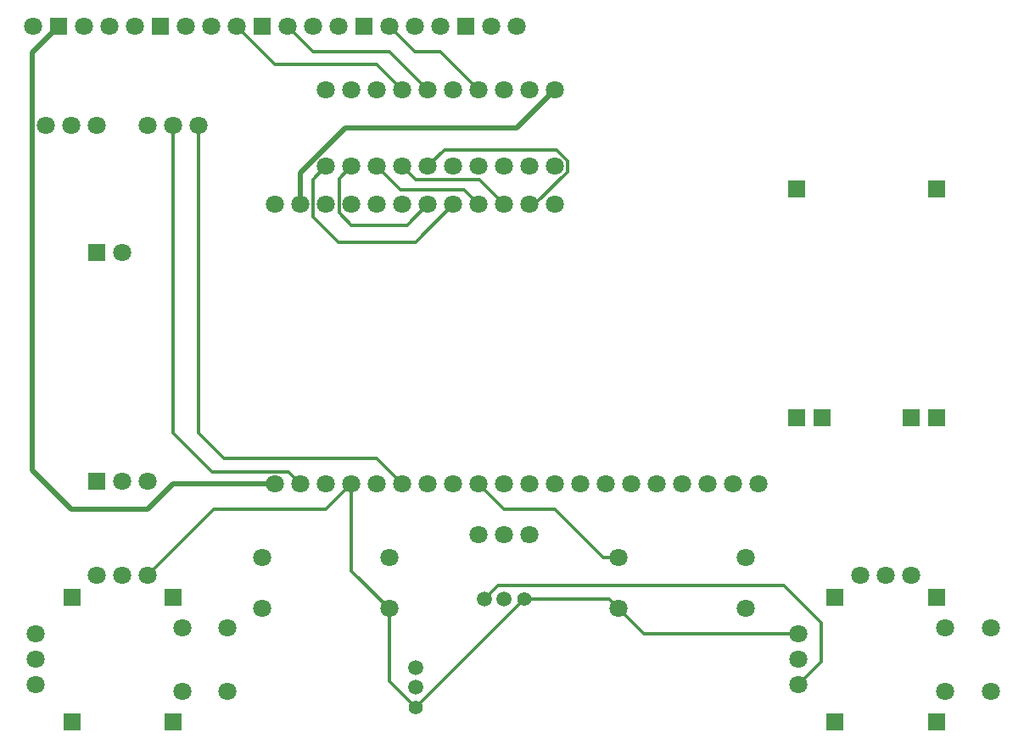
<source format=gbl>
%TF.GenerationSoftware,KiCad,Pcbnew,9.0.0*%
%TF.CreationDate,2025-03-09T14:07:29-07:00*%
%TF.ProjectId,remote,72656d6f-7465-42e6-9b69-6361645f7063,v0.1*%
%TF.SameCoordinates,Original*%
%TF.FileFunction,Copper,L2,Bot*%
%TF.FilePolarity,Positive*%
%FSLAX46Y46*%
G04 Gerber Fmt 4.6, Leading zero omitted, Abs format (unit mm)*
G04 Created by KiCad (PCBNEW 9.0.0) date 2025-03-09 14:07:29*
%MOMM*%
%LPD*%
G01*
G04 APERTURE LIST*
%TA.AperFunction,ComponentPad*%
%ADD10C,1.400000*%
%TD*%
%TA.AperFunction,ComponentPad*%
%ADD11C,1.500000*%
%TD*%
%TA.AperFunction,ComponentPad*%
%ADD12C,1.800000*%
%TD*%
%TA.AperFunction,ComponentPad*%
%ADD13R,1.800000X1.800000*%
%TD*%
%TA.AperFunction,Conductor*%
%ADD14C,0.300000*%
%TD*%
%TA.AperFunction,Conductor*%
%ADD15C,0.500000*%
%TD*%
G04 APERTURE END LIST*
D10*
%TO.P,MINI_THUNSTICK1,1,-*%
%TO.N,Net-(BUTTON1-S1_2)*%
X61069000Y-92189000D03*
D11*
%TO.P,MINI_THUNSTICK1,2,X*%
%TO.N,Net-(ESP32_UWB1-IO35)*%
X61069000Y-90189000D03*
%TO.P,MINI_THUNSTICK1,3,+*%
%TO.N,Net-(ESP32_UWB1-3V3)*%
X61069000Y-88189000D03*
D10*
%TO.P,MINI_THUNSTICK1,4,-*%
%TO.N,Net-(BUTTON1-S1_2)*%
X71869000Y-81389000D03*
D11*
%TO.P,MINI_THUNSTICK1,5,Y*%
%TO.N,Net-(ESP32_UWB1-IO25)*%
X69869000Y-81389000D03*
%TO.P,MINI_THUNSTICK1,6,+*%
%TO.N,Net-(ESP32_UWB1-3V3)*%
X67869000Y-81389000D03*
%TD*%
D12*
%TO.P,RGB_LED4,1,R*%
%TO.N,Net-(RGB_LED4-R)*%
X53359000Y-24149000D03*
D13*
%TO.P,RGB_LED4,2,VCC*%
%TO.N,Net-(ESP32_UWB1-3V3)*%
X55899000Y-24149000D03*
D12*
%TO.P,RGB_LED4,3,G*%
%TO.N,Net-(RGB_LED4-G)*%
X58439000Y-24149000D03*
%TO.P,RGB_LED4,4,B*%
%TO.N,unconnected-(RGB_LED4-B-Pad4)*%
X60979000Y-24149000D03*
%TD*%
%TO.P,R8,1*%
%TO.N,Net-(ESP32_UWB1-IO33)*%
X69869000Y-38119000D03*
%TO.P,R8,2*%
%TO.N,Net-(RGB_LED5-B)*%
X69869000Y-30499000D03*
%TD*%
%TO.P,R2,1*%
%TO.N,Net-(ESP32_UWB1-IO5)*%
X54629000Y-38119000D03*
%TO.P,R2,2*%
%TO.N,Net-(RGB_LED1-G)*%
X54629000Y-30499000D03*
%TD*%
D13*
%TO.P,THUMBSTICK1,*%
%TO.N,*%
X112989000Y-93650058D03*
X112989000Y-81150058D03*
X102889000Y-93650058D03*
X102889000Y-81150058D03*
D12*
%TO.P,THUMBSTICK1,1,-*%
%TO.N,unconnected-(THUMBSTICK1---Pad1)*%
X110479000Y-79000058D03*
%TO.P,THUMBSTICK1,2,X*%
%TO.N,unconnected-(THUMBSTICK1-X-Pad2)*%
X107939000Y-79000058D03*
%TO.P,THUMBSTICK1,3,+*%
%TO.N,unconnected-(THUMBSTICK1-+-Pad3)*%
X105399000Y-79000058D03*
%TO.P,THUMBSTICK1,4,-*%
%TO.N,Net-(BUTTON1-S1_2)*%
X99239000Y-84860058D03*
%TO.P,THUMBSTICK1,5,Y*%
%TO.N,Net-(ESP32_UWB1-IO36)*%
X99239000Y-87400058D03*
%TO.P,THUMBSTICK1,6,+*%
%TO.N,Net-(ESP32_UWB1-3V3)*%
X99239000Y-89940058D03*
%TO.P,THUMBSTICK1,7,S1_1*%
%TO.N,unconnected-(THUMBSTICK1-S1_1-Pad7)*%
X113889000Y-90550058D03*
%TO.P,THUMBSTICK1,8,S1_2*%
%TO.N,unconnected-(THUMBSTICK1-S1_2-Pad8)*%
X118439000Y-90550058D03*
%TO.P,THUMBSTICK1,9,S2_1*%
%TO.N,unconnected-(THUMBSTICK1-S2_1-Pad9)*%
X113889000Y-84250058D03*
%TO.P,THUMBSTICK1,10,S2_2*%
%TO.N,unconnected-(THUMBSTICK1-S2_2-Pad10)*%
X118439000Y-84250058D03*
%TD*%
%TO.P,R4,1*%
%TO.N,Net-(ESP32_UWB1-IO21)*%
X59709000Y-38119000D03*
%TO.P,R4,2*%
%TO.N,Net-(RGB_LED3-R)*%
X59709000Y-30499000D03*
%TD*%
%TO.P,R9,1*%
%TO.N,Net-(ESP32_UWB1-IO39)*%
X72409000Y-38119000D03*
%TO.P,R9,2*%
%TO.N,Net-(5V_DC_DC_CONVERTER1-IN_+)*%
X72409000Y-30499000D03*
%TD*%
%TO.P,ESP32_UWB1,1,3V3*%
%TO.N,Net-(ESP32_UWB1-3V3)*%
X47009000Y-69869000D03*
%TO.P,ESP32_UWB1,2,GND*%
%TO.N,Net-(ESP32_UWB1-GND-Pad2)*%
X49549000Y-69869000D03*
%TO.P,ESP32_UWB1,3,RST*%
%TO.N,unconnected-(ESP32_UWB1-RST-Pad3)*%
X52089000Y-69869000D03*
%TO.P,ESP32_UWB1,4,GND*%
%TO.N,Net-(BUTTON1-S1_2)*%
X54629000Y-69869000D03*
%TO.P,ESP32_UWB1,5,IO2*%
%TO.N,Net-(ESP32_UWB1-IO2)*%
X57169000Y-69869000D03*
%TO.P,ESP32_UWB1,6,IO12*%
%TO.N,Net-(ESP32_UWB1-IO12)*%
X59709000Y-69869000D03*
%TO.P,ESP32_UWB1,7,IO13*%
%TO.N,Net-(BUTTON2-S2_1)*%
X62249000Y-69869000D03*
%TO.P,ESP32_UWB1,8,IO14*%
%TO.N,Net-(ESP32_UWB1-IO14)*%
X64789000Y-69869000D03*
%TO.P,ESP32_UWB1,9,IO15*%
%TO.N,Net-(BUTTON1-S1_1)*%
X67329000Y-69869000D03*
%TO.P,ESP32_UWB1,10,IO18*%
%TO.N,unconnected-(ESP32_UWB1-IO18-Pad10)*%
X69869000Y-69869000D03*
%TO.P,ESP32_UWB1,11,IO19*%
%TO.N,unconnected-(ESP32_UWB1-IO19-Pad11)*%
X72409000Y-69869000D03*
%TO.P,ESP32_UWB1,12,IO25*%
%TO.N,Net-(ESP32_UWB1-IO25)*%
X74949000Y-69869000D03*
%TO.P,ESP32_UWB1,13,IO26*%
%TO.N,Net-(ESP32_UWB1-IO26)*%
X77489000Y-69869000D03*
%TO.P,ESP32_UWB1,14,IO27*%
%TO.N,unconnected-(ESP32_UWB1-IO27-Pad14)*%
X80029000Y-69869000D03*
%TO.P,ESP32_UWB1,15,IO32*%
%TO.N,Net-(ESP32_UWB1-IO32)*%
X82569000Y-69869000D03*
%TO.P,ESP32_UWB1,16,IO33*%
%TO.N,Net-(ESP32_UWB1-IO33)*%
X85109000Y-69869000D03*
%TO.P,ESP32_UWB1,17,IO34*%
%TO.N,unconnected-(ESP32_UWB1-IO34-Pad17)*%
X87649000Y-69869000D03*
%TO.P,ESP32_UWB1,18,IO35*%
%TO.N,Net-(ESP32_UWB1-IO35)*%
X90189000Y-69869000D03*
%TO.P,ESP32_UWB1,19,IO36*%
%TO.N,Net-(ESP32_UWB1-IO36)*%
X92729000Y-69869000D03*
%TO.P,ESP32_UWB1,20,IO39*%
%TO.N,Net-(ESP32_UWB1-IO39)*%
X95269000Y-69869000D03*
%TO.P,ESP32_UWB1,21,5V0*%
%TO.N,Net-(5V_DC_DC_CONVERTER1-OUT_+)*%
X47009000Y-41929000D03*
%TO.P,ESP32_UWB1,22,GND*%
%TO.N,Net-(3.7V_BATTERY_CHARGER1-OUT-)*%
X49549000Y-41929000D03*
%TO.P,ESP32_UWB1,23,IO3*%
%TO.N,unconnected-(ESP32_UWB1-IO3-Pad23)*%
X52089000Y-41929000D03*
%TO.P,ESP32_UWB1,24,IO1*%
%TO.N,unconnected-(ESP32_UWB1-IO1-Pad24)*%
X54629000Y-41929000D03*
%TO.P,ESP32_UWB1,25,IO0*%
%TO.N,unconnected-(ESP32_UWB1-IO0-Pad25)*%
X57169000Y-41929000D03*
%TO.P,ESP32_UWB1,26,IO4*%
%TO.N,unconnected-(ESP32_UWB1-IO4-Pad26)*%
X59709000Y-41929000D03*
%TO.P,ESP32_UWB1,27,IO5*%
%TO.N,Net-(ESP32_UWB1-IO5)*%
X62249000Y-41929000D03*
%TO.P,ESP32_UWB1,28,IO16*%
%TO.N,Net-(ESP32_UWB1-IO16)*%
X64789000Y-41929000D03*
%TO.P,ESP32_UWB1,29,IO17*%
%TO.N,Net-(ESP32_UWB1-IO17)*%
X67329000Y-41929000D03*
%TO.P,ESP32_UWB1,30,IO21*%
%TO.N,Net-(ESP32_UWB1-IO21)*%
X69869000Y-41929000D03*
%TO.P,ESP32_UWB1,31,IO22*%
%TO.N,Net-(ESP32_UWB1-IO22)*%
X72409000Y-41929000D03*
%TO.P,ESP32_UWB1,32,IO23*%
%TO.N,unconnected-(ESP32_UWB1-IO23-Pad32)*%
X74949000Y-41929000D03*
%TD*%
%TO.P,ON_OFF_SWITCH1,1*%
%TO.N,unconnected-(ON_OFF_SWITCH1-Pad1)*%
X24149000Y-34060058D03*
%TO.P,ON_OFF_SWITCH1,2*%
%TO.N,Net-(5V_DC_DC_CONVERTER1-IN_+)*%
X26689000Y-34060058D03*
%TO.P,ON_OFF_SWITCH1,3*%
%TO.N,Net-(3.7V_BATTERY_CHARGER1-OUT+)*%
X29229000Y-34060058D03*
%TD*%
%TO.P,R7,1*%
%TO.N,Net-(ESP32_UWB1-IO32)*%
X67329000Y-38119000D03*
%TO.P,R7,2*%
%TO.N,Net-(RGB_LED4-G)*%
X67329000Y-30499000D03*
%TD*%
%TO.P,BUTTON2,1,S1_1*%
%TO.N,unconnected-(BUTTON2-S1_1-Pad1)*%
X45709000Y-77240058D03*
%TO.P,BUTTON2,2,S1_2*%
%TO.N,unconnected-(BUTTON2-S1_2-Pad2)*%
X45709000Y-82320058D03*
%TO.P,BUTTON2,3,S2_1*%
%TO.N,Net-(BUTTON2-S2_1)*%
X58409000Y-77240058D03*
%TO.P,BUTTON2,4,S2_2*%
%TO.N,Net-(BUTTON1-S1_2)*%
X58409000Y-82320058D03*
%TD*%
%TO.P,RGB_LED1,1,R*%
%TO.N,Net-(RGB_LED1-R)*%
X22879000Y-24149000D03*
D13*
%TO.P,RGB_LED1,2,VCC*%
%TO.N,Net-(ESP32_UWB1-3V3)*%
X25419000Y-24149000D03*
D12*
%TO.P,RGB_LED1,3,G*%
%TO.N,Net-(RGB_LED1-G)*%
X27959000Y-24149000D03*
%TO.P,RGB_LED1,4,B*%
%TO.N,unconnected-(RGB_LED1-B-Pad4)*%
X30499000Y-24149000D03*
%TD*%
%TO.P,R1,1*%
%TO.N,Net-(ESP32_UWB1-IO16)*%
X52089000Y-38119000D03*
%TO.P,R1,2*%
%TO.N,Net-(RGB_LED1-R)*%
X52089000Y-30499000D03*
%TD*%
D13*
%TO.P,THUMBSTICK2,*%
%TO.N,*%
X36819000Y-93650058D03*
X36819000Y-81150058D03*
X26719000Y-93650058D03*
X26719000Y-81150058D03*
D12*
%TO.P,THUMBSTICK2,1,-*%
%TO.N,Net-(BUTTON1-S1_2)*%
X34309000Y-79000058D03*
%TO.P,THUMBSTICK2,2,X*%
%TO.N,Net-(ESP32_UWB1-IO2)*%
X31769000Y-79000058D03*
%TO.P,THUMBSTICK2,3,+*%
%TO.N,Net-(ESP32_UWB1-3V3)*%
X29229000Y-79000058D03*
%TO.P,THUMBSTICK2,4,-*%
%TO.N,unconnected-(THUMBSTICK2---Pad4)*%
X23069000Y-84860058D03*
%TO.P,THUMBSTICK2,5,Y*%
%TO.N,unconnected-(THUMBSTICK2-Y-Pad5)*%
X23069000Y-87400058D03*
%TO.P,THUMBSTICK2,6,+*%
%TO.N,unconnected-(THUMBSTICK2-+-Pad6)*%
X23069000Y-89940058D03*
%TO.P,THUMBSTICK2,7,S1_1*%
%TO.N,unconnected-(THUMBSTICK2-S1_1-Pad7)*%
X37719000Y-90550058D03*
%TO.P,THUMBSTICK2,8,S1_2*%
%TO.N,unconnected-(THUMBSTICK2-S1_2-Pad8)*%
X42269000Y-90550058D03*
%TO.P,THUMBSTICK2,9,S2_1*%
%TO.N,unconnected-(THUMBSTICK2-S2_1-Pad9)*%
X37719000Y-84250058D03*
%TO.P,THUMBSTICK2,10,S2_2*%
%TO.N,unconnected-(THUMBSTICK2-S2_2-Pad10)*%
X42269000Y-84250058D03*
%TD*%
D13*
%TO.P,5V_DC_DC_CONVERTER1,1,IN_+*%
%TO.N,Net-(5V_DC_DC_CONVERTER1-IN_+)*%
X29229000Y-69620058D03*
D12*
%TO.P,5V_DC_DC_CONVERTER1,2,CTL*%
%TO.N,unconnected-(5V_DC_DC_CONVERTER1-CTL-Pad2)*%
X31769000Y-69620058D03*
%TO.P,5V_DC_DC_CONVERTER1,3,IN_-*%
%TO.N,Net-(3.7V_BATTERY_CHARGER1-OUT-)*%
X34309000Y-69620058D03*
D13*
%TO.P,5V_DC_DC_CONVERTER1,4,OUT_+*%
%TO.N,Net-(5V_DC_DC_CONVERTER1-OUT_+)*%
X29229000Y-46760058D03*
D12*
%TO.P,5V_DC_DC_CONVERTER1,5,OUT_-*%
%TO.N,Net-(3.7V_BATTERY_CHARGER1-OUT-)*%
X31769000Y-46760058D03*
%TD*%
%TO.P,BUTTON1,1,S1_1*%
%TO.N,Net-(BUTTON1-S1_1)*%
X81269000Y-77240058D03*
%TO.P,BUTTON1,2,S1_2*%
%TO.N,Net-(BUTTON1-S1_2)*%
X81269000Y-82320058D03*
%TO.P,BUTTON1,3,S2_1*%
%TO.N,unconnected-(BUTTON1-S2_1-Pad3)*%
X93969000Y-77240058D03*
%TO.P,BUTTON1,4,S2_2*%
%TO.N,unconnected-(BUTTON1-S2_2-Pad4)*%
X93969000Y-82320058D03*
%TD*%
%TO.P,RGB_LED2,1,R*%
%TO.N,unconnected-(RGB_LED2-R-Pad1)*%
X33039000Y-24149000D03*
D13*
%TO.P,RGB_LED2,2,VCC*%
%TO.N,Net-(ESP32_UWB1-3V3)*%
X35579000Y-24149000D03*
D12*
%TO.P,RGB_LED2,3,G*%
%TO.N,unconnected-(RGB_LED2-G-Pad3)*%
X38119000Y-24149000D03*
%TO.P,RGB_LED2,4,B*%
%TO.N,Net-(RGB_LED2-B)*%
X40659000Y-24149000D03*
%TD*%
%TO.P,R6,1*%
%TO.N,Net-(ESP32_UWB1-IO26)*%
X64789000Y-38119000D03*
%TO.P,R6,2*%
%TO.N,Net-(RGB_LED4-R)*%
X64789000Y-30499000D03*
%TD*%
%TO.P,R10,1*%
%TO.N,Net-(ESP32_UWB1-IO39)*%
X74949000Y-38119000D03*
%TO.P,R10,2*%
%TO.N,Net-(3.7V_BATTERY_CHARGER1-OUT-)*%
X74949000Y-30499000D03*
%TD*%
%TO.P,RGB_LED3,1,R*%
%TO.N,Net-(RGB_LED3-R)*%
X43199000Y-24149000D03*
D13*
%TO.P,RGB_LED3,2,VCC*%
%TO.N,Net-(ESP32_UWB1-3V3)*%
X45739000Y-24149000D03*
D12*
%TO.P,RGB_LED3,3,G*%
%TO.N,Net-(RGB_LED3-G)*%
X48279000Y-24149000D03*
%TO.P,RGB_LED3,4,B*%
%TO.N,unconnected-(RGB_LED3-B-Pad4)*%
X50819000Y-24149000D03*
%TD*%
%TO.P,LOCK_SWITCH1,1*%
%TO.N,unconnected-(LOCK_SWITCH1-Pad1)*%
X67329000Y-74949000D03*
%TO.P,LOCK_SWITCH1,2*%
%TO.N,Net-(ESP32_UWB1-IO14)*%
X69869000Y-74949000D03*
%TO.P,LOCK_SWITCH1,3*%
%TO.N,Net-(BUTTON1-S1_2)*%
X72409000Y-74949000D03*
%TD*%
%TO.P,R3,1*%
%TO.N,Net-(ESP32_UWB1-IO17)*%
X57169000Y-38119000D03*
%TO.P,R3,2*%
%TO.N,Net-(RGB_LED2-B)*%
X57169000Y-30499000D03*
%TD*%
%TO.P,UWB_SELECTOR1,1*%
%TO.N,unconnected-(UWB_SELECTOR1-Pad1)*%
X34309000Y-34060058D03*
%TO.P,UWB_SELECTOR1,2*%
%TO.N,Net-(ESP32_UWB1-GND-Pad2)*%
X36849000Y-34060058D03*
%TO.P,UWB_SELECTOR1,3*%
%TO.N,Net-(ESP32_UWB1-IO12)*%
X39389000Y-34060058D03*
%TD*%
%TO.P,R5,1*%
%TO.N,Net-(ESP32_UWB1-IO22)*%
X62249000Y-38119000D03*
%TO.P,R5,2*%
%TO.N,Net-(RGB_LED3-G)*%
X62249000Y-30499000D03*
%TD*%
%TO.P,RGB_LED5,1,R*%
%TO.N,unconnected-(RGB_LED5-R-Pad1)*%
X63519000Y-24149000D03*
D13*
%TO.P,RGB_LED5,2,VCC*%
%TO.N,Net-(ESP32_UWB1-3V3)*%
X66059000Y-24149000D03*
D12*
%TO.P,RGB_LED5,3,G*%
%TO.N,unconnected-(RGB_LED5-G-Pad3)*%
X68599000Y-24149000D03*
%TO.P,RGB_LED5,4,B*%
%TO.N,Net-(RGB_LED5-B)*%
X71139000Y-24149000D03*
%TD*%
D13*
%TO.P,3.7V_BATTERY_CHARGER1,1,+*%
%TO.N,unconnected-(3.7V_BATTERY_CHARGER1-+-Pad1)*%
X99079000Y-40410058D03*
%TO.P,3.7V_BATTERY_CHARGER1,2,-*%
%TO.N,unconnected-(3.7V_BATTERY_CHARGER1---Pad2)*%
X113049000Y-40410058D03*
%TO.P,3.7V_BATTERY_CHARGER1,3,OUT+*%
%TO.N,Net-(3.7V_BATTERY_CHARGER1-OUT+)*%
X99079000Y-63270058D03*
%TO.P,3.7V_BATTERY_CHARGER1,4,B+*%
%TO.N,unconnected-(3.7V_BATTERY_CHARGER1-B+-Pad4)*%
X101619000Y-63270058D03*
%TO.P,3.7V_BATTERY_CHARGER1,5,B-*%
%TO.N,unconnected-(3.7V_BATTERY_CHARGER1-B--Pad5)*%
X110509000Y-63270058D03*
%TO.P,3.7V_BATTERY_CHARGER1,6,OUT-*%
%TO.N,Net-(3.7V_BATTERY_CHARGER1-OUT-)*%
X113049000Y-63270058D03*
%TD*%
D14*
%TO.N,Net-(RGB_LED3-R)*%
X43199000Y-24149000D02*
X46990000Y-27940000D01*
X46990000Y-27940000D02*
X57150000Y-27940000D01*
X57150000Y-27940000D02*
X59709000Y-30499000D01*
D15*
%TO.N,Net-(3.7V_BATTERY_CHARGER1-OUT-)*%
X71139000Y-34309000D02*
X53988397Y-34309000D01*
X49549000Y-38748397D02*
X49549000Y-41929000D01*
X53988397Y-34309000D02*
X49549000Y-38748397D01*
X74949000Y-30499000D02*
X71139000Y-34309000D01*
D14*
%TO.N,Net-(ESP32_UWB1-3V3)*%
X97809000Y-80029000D02*
X69229000Y-80029000D01*
D15*
X34309000Y-72409000D02*
X36849000Y-69869000D01*
X36849000Y-69869000D02*
X47009000Y-69869000D01*
D14*
X101530058Y-87649000D02*
X101530058Y-83750058D01*
D15*
X22798000Y-26770000D02*
X22798000Y-68518000D01*
X25419000Y-24149000D02*
X22798000Y-26770000D01*
X26689000Y-72409000D02*
X34309000Y-72409000D01*
X22798000Y-68518000D02*
X26689000Y-72409000D01*
D14*
X99239000Y-89940058D02*
X101530058Y-87649000D01*
X69229000Y-80029000D02*
X67869000Y-81389000D01*
X101530058Y-83750058D02*
X97809000Y-80029000D01*
%TO.N,Net-(ESP32_UWB1-IO5)*%
X54629000Y-38119000D02*
X53378000Y-39370000D01*
X53378000Y-39370000D02*
X53378000Y-42717000D01*
X53378000Y-42717000D02*
X54629000Y-43968000D01*
X54629000Y-43968000D02*
X60210000Y-43968000D01*
X60210000Y-43968000D02*
X62249000Y-41929000D01*
%TO.N,Net-(ESP32_UWB1-IO17)*%
X65883310Y-40483310D02*
X67329000Y-41929000D01*
X59533310Y-40483310D02*
X65883310Y-40483310D01*
X57169000Y-38119000D02*
X59533310Y-40483310D01*
%TO.N,Net-(ESP32_UWB1-IO21)*%
X61049231Y-39459231D02*
X67399231Y-39459231D01*
X67399231Y-39459231D02*
X69869000Y-41929000D01*
X59709000Y-38119000D02*
X61049231Y-39459231D01*
%TO.N,Net-(ESP32_UWB1-IO22)*%
X62249000Y-38119000D02*
X63868000Y-36500000D01*
X73179818Y-41929000D02*
X72409000Y-41929000D01*
X75099182Y-36500000D02*
X76200000Y-37600818D01*
X72908182Y-41929000D02*
X72409000Y-41929000D01*
X76200000Y-38637182D02*
X72908182Y-41929000D01*
X63868000Y-36500000D02*
X75099182Y-36500000D01*
X76200000Y-37600818D02*
X76200000Y-38637182D01*
%TO.N,Net-(RGB_LED3-G)*%
X48279000Y-24149000D02*
X50819000Y-26689000D01*
X58439000Y-26689000D02*
X62249000Y-30499000D01*
X50819000Y-26689000D02*
X58439000Y-26689000D01*
%TO.N,Net-(ESP32_UWB1-IO12)*%
X39389000Y-34060058D02*
X39389000Y-64789000D01*
X39389000Y-64789000D02*
X41929000Y-67329000D01*
X41929000Y-67329000D02*
X57169000Y-67329000D01*
X57169000Y-67329000D02*
X59709000Y-69869000D01*
%TO.N,Net-(ESP32_UWB1-GND-Pad2)*%
X40678000Y-68618000D02*
X48298000Y-68618000D01*
X36849000Y-64789000D02*
X40678000Y-68618000D01*
X36849000Y-34060058D02*
X36849000Y-64789000D01*
X48298000Y-68618000D02*
X49549000Y-69869000D01*
%TO.N,Net-(RGB_LED4-G)*%
X63519000Y-26689000D02*
X67329000Y-30499000D01*
X60979000Y-26689000D02*
X63519000Y-26689000D01*
X58439000Y-24149000D02*
X60979000Y-26689000D01*
%TO.N,Net-(BUTTON1-S1_2)*%
X83809000Y-84860058D02*
X81269000Y-82320058D01*
X80337942Y-81389000D02*
X81269000Y-82320058D01*
X71869000Y-81389000D02*
X80337942Y-81389000D01*
X99239000Y-84860058D02*
X83809000Y-84860058D01*
X58409000Y-82320058D02*
X54629000Y-78540058D01*
X40900058Y-72409000D02*
X52089000Y-72409000D01*
X58409000Y-89529000D02*
X61069000Y-92189000D01*
X61069000Y-92189000D02*
X71869000Y-81389000D01*
X54629000Y-78540058D02*
X54629000Y-69869000D01*
X34309000Y-79000058D02*
X40900058Y-72409000D01*
X52089000Y-72409000D02*
X54629000Y-69869000D01*
X58409000Y-82320058D02*
X58409000Y-89529000D01*
X71869000Y-75489000D02*
X72409000Y-74949000D01*
%TO.N,Net-(BUTTON1-S1_1)*%
X81269000Y-77240058D02*
X79780058Y-77240058D01*
X69869000Y-72409000D02*
X67329000Y-69869000D01*
X79780058Y-77240058D02*
X74949000Y-72409000D01*
X74949000Y-72409000D02*
X69869000Y-72409000D01*
%TO.N,Net-(ESP32_UWB1-IO16)*%
X50800000Y-39408000D02*
X50800000Y-43180000D01*
X50800000Y-43180000D02*
X53340000Y-45720000D01*
X53340000Y-45720000D02*
X60998000Y-45720000D01*
X60998000Y-45720000D02*
X64789000Y-41929000D01*
X52089000Y-38119000D02*
X50800000Y-39408000D01*
%TD*%
M02*

</source>
